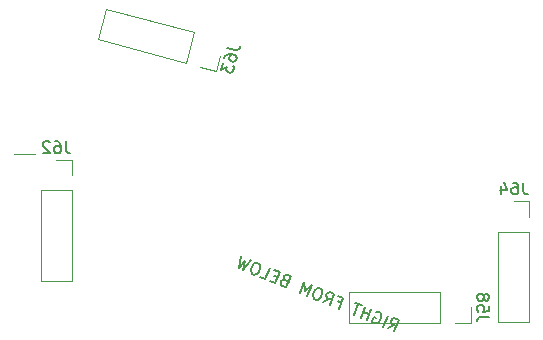
<source format=gbr>
G04 #@! TF.GenerationSoftware,KiCad,Pcbnew,(5.1.4)-1*
G04 #@! TF.CreationDate,2023-09-09T05:27:56-04:00*
G04 #@! TF.ProjectId,ThumbsUp,5468756d-6273-4557-902e-6b696361645f,rev?*
G04 #@! TF.SameCoordinates,Original*
G04 #@! TF.FileFunction,Legend,Bot*
G04 #@! TF.FilePolarity,Positive*
%FSLAX46Y46*%
G04 Gerber Fmt 4.6, Leading zero omitted, Abs format (unit mm)*
G04 Created by KiCad (PCBNEW (5.1.4)-1) date 2023-09-09 05:27:56*
%MOMM*%
%LPD*%
G04 APERTURE LIST*
%ADD10C,0.150000*%
%ADD11C,0.120000*%
G04 APERTURE END LIST*
D10*
X-62770704Y-367095026D02*
X-62283259Y-366778379D01*
X-62240885Y-367309087D02*
X-61866278Y-366381903D01*
X-62219491Y-366239196D01*
X-62325633Y-366247671D01*
X-62387623Y-366273984D01*
X-62467451Y-366344449D01*
X-62520966Y-366476904D01*
X-62512491Y-366583045D01*
X-62486178Y-366645035D01*
X-62415713Y-366724864D01*
X-62062500Y-366867571D01*
X-63168068Y-366934481D02*
X-62793462Y-366007297D01*
X-63738484Y-365676842D02*
X-63632342Y-365668367D01*
X-63499888Y-365721882D01*
X-63385271Y-365819549D01*
X-63332645Y-365943529D01*
X-63324170Y-366049671D01*
X-63351372Y-366244116D01*
X-63404887Y-366376570D01*
X-63520392Y-366535338D01*
X-63600221Y-366605803D01*
X-63724201Y-366658430D01*
X-63874494Y-366649066D01*
X-63962797Y-366613389D01*
X-64077414Y-366515722D01*
X-64103727Y-366453732D01*
X-63978858Y-366144671D01*
X-63802252Y-366216025D01*
X-64536768Y-366381490D02*
X-64162162Y-365454306D01*
X-64340546Y-365895822D02*
X-64870365Y-365681761D01*
X-65066588Y-366167429D02*
X-64691981Y-365240245D01*
X-65001042Y-365115376D02*
X-65530862Y-364901315D01*
X-65640559Y-365935530D02*
X-65265952Y-365008346D01*
X-67033794Y-364807679D02*
X-66724733Y-364932548D01*
X-66920955Y-365418216D02*
X-66546349Y-364491032D01*
X-66987865Y-364312648D01*
X-68245504Y-364883064D02*
X-67758058Y-364566416D01*
X-67715684Y-365097124D02*
X-67341078Y-364169941D01*
X-67694291Y-364027233D01*
X-67800432Y-364035708D01*
X-67862422Y-364062021D01*
X-67942251Y-364132486D01*
X-67995766Y-364264941D01*
X-67987291Y-364371083D01*
X-67960978Y-364433073D01*
X-67890513Y-364512901D01*
X-67537300Y-364655608D01*
X-68444868Y-363723980D02*
X-68621475Y-363652627D01*
X-68727616Y-363661102D01*
X-68851596Y-363713728D01*
X-68967102Y-363872496D01*
X-69091970Y-364181557D01*
X-69119172Y-364376002D01*
X-69066546Y-364499982D01*
X-68996081Y-364579811D01*
X-68819475Y-364651164D01*
X-68713333Y-364642689D01*
X-68589353Y-364590063D01*
X-68473848Y-364431295D01*
X-68348979Y-364122234D01*
X-68321777Y-363927789D01*
X-68374403Y-363803809D01*
X-68444868Y-363723980D01*
X-69614204Y-364330073D02*
X-69239597Y-363402889D01*
X-69816235Y-363940294D01*
X-69857720Y-363153151D01*
X-70232326Y-364080335D01*
X-71493107Y-363006000D02*
X-71643400Y-362996636D01*
X-71705390Y-363022949D01*
X-71785219Y-363093414D01*
X-71838734Y-363225869D01*
X-71830259Y-363332011D01*
X-71803946Y-363394001D01*
X-71733481Y-363473829D01*
X-71380268Y-363616536D01*
X-71005662Y-362689353D01*
X-71314723Y-362564484D01*
X-71420865Y-362572959D01*
X-71482855Y-362599272D01*
X-71562683Y-362669737D01*
X-71598360Y-362758040D01*
X-71589885Y-362864181D01*
X-71563572Y-362926171D01*
X-71493107Y-363006000D01*
X-71184046Y-363130869D01*
X-72111230Y-362756262D02*
X-72420291Y-362631393D01*
X-72748968Y-363063546D02*
X-72307452Y-363241930D01*
X-71932846Y-362314746D01*
X-72374362Y-362136362D01*
X-73587849Y-362724616D02*
X-73146333Y-362903000D01*
X-72771726Y-361975816D01*
X-73698910Y-361601210D02*
X-73875516Y-361529856D01*
X-73981658Y-361538331D01*
X-74105638Y-361590957D01*
X-74221143Y-361749725D01*
X-74346012Y-362058787D01*
X-74373214Y-362253231D01*
X-74320588Y-362377211D01*
X-74250123Y-362457040D01*
X-74073517Y-362528394D01*
X-73967375Y-362519919D01*
X-73843395Y-362467292D01*
X-73727890Y-362308524D01*
X-73603021Y-361999463D01*
X-73575819Y-361805018D01*
X-73628445Y-361681038D01*
X-73698910Y-361601210D01*
X-74405336Y-361315795D02*
X-75000700Y-362153787D01*
X-74909731Y-361420159D01*
X-75353913Y-362011080D01*
X-75200065Y-360994704D01*
D11*
X-94460000Y-352330000D02*
X-92650000Y-352330000D01*
X-77367941Y-345276043D02*
X-77023712Y-343991361D01*
X-78652622Y-344931813D02*
X-77367941Y-345276043D01*
X-79879348Y-344603113D02*
X-79190889Y-342033750D01*
X-79190889Y-342033750D02*
X-86609200Y-340046020D01*
X-79879348Y-344603113D02*
X-87297658Y-342615383D01*
X-87297658Y-342615383D02*
X-86609200Y-340046020D01*
X-89515511Y-352799102D02*
X-90845511Y-352799102D01*
X-89515511Y-354129102D02*
X-89515511Y-352799102D01*
X-89515511Y-355399102D02*
X-92175511Y-355399102D01*
X-92175511Y-355399102D02*
X-92175511Y-363079102D01*
X-89515511Y-355399102D02*
X-89515511Y-363079102D01*
X-89515511Y-363079102D02*
X-92175511Y-363079102D01*
X-50793013Y-356283573D02*
X-52123013Y-356283573D01*
X-50793013Y-357613573D02*
X-50793013Y-356283573D01*
X-50793013Y-358883573D02*
X-53453013Y-358883573D01*
X-53453013Y-358883573D02*
X-53453013Y-366563573D01*
X-50793013Y-358883573D02*
X-50793013Y-366563573D01*
X-50793013Y-366563573D02*
X-53453013Y-366563573D01*
X-55763868Y-366631045D02*
X-55763868Y-365301045D01*
X-57093868Y-366631045D02*
X-55763868Y-366631045D01*
X-58363868Y-366631045D02*
X-58363868Y-363971045D01*
X-58363868Y-363971045D02*
X-66043868Y-363971045D01*
X-58363868Y-366631045D02*
X-66043868Y-366631045D01*
X-66043868Y-366631045D02*
X-66043868Y-363971045D01*
D10*
X-76377225Y-343326505D02*
X-75687278Y-343511376D01*
X-75536964Y-343502354D01*
X-75420321Y-343435010D01*
X-75337351Y-343309346D01*
X-75312701Y-343217353D01*
X-76611394Y-344200438D02*
X-76562095Y-344016452D01*
X-76491450Y-343936784D01*
X-76433128Y-343903112D01*
X-76270490Y-343848094D01*
X-76074179Y-343851396D01*
X-75706207Y-343949994D01*
X-75626539Y-344020640D01*
X-75592867Y-344078961D01*
X-75571520Y-344183278D01*
X-75620819Y-344367264D01*
X-75691465Y-344446933D01*
X-75749786Y-344480604D01*
X-75854104Y-344501951D01*
X-76084086Y-344440328D01*
X-76163754Y-344369682D01*
X-76197426Y-344311361D01*
X-76218773Y-344207043D01*
X-76169474Y-344023057D01*
X-76098828Y-343943389D01*
X-76040507Y-343909717D01*
X-75936190Y-343888370D01*
X-76722317Y-344614406D02*
X-76882538Y-345212360D01*
X-76428293Y-344988983D01*
X-76465267Y-345126972D01*
X-76443920Y-345231290D01*
X-76410249Y-345289611D01*
X-76330580Y-345360257D01*
X-76100598Y-345421881D01*
X-75996280Y-345400534D01*
X-75937959Y-345366862D01*
X-75867313Y-345287194D01*
X-75793365Y-345011215D01*
X-75814712Y-344906897D01*
X-75848384Y-344848576D01*
X-90035987Y-351251482D02*
X-90035987Y-351965768D01*
X-89988368Y-352108625D01*
X-89893130Y-352203863D01*
X-89750272Y-352251482D01*
X-89655034Y-352251482D01*
X-90940749Y-351251482D02*
X-90750272Y-351251482D01*
X-90655034Y-351299102D01*
X-90607415Y-351346721D01*
X-90512177Y-351489578D01*
X-90464558Y-351680054D01*
X-90464558Y-352061006D01*
X-90512177Y-352156244D01*
X-90559796Y-352203863D01*
X-90655034Y-352251482D01*
X-90845511Y-352251482D01*
X-90940749Y-352203863D01*
X-90988368Y-352156244D01*
X-91035987Y-352061006D01*
X-91035987Y-351822911D01*
X-90988368Y-351727673D01*
X-90940749Y-351680054D01*
X-90845511Y-351632435D01*
X-90655034Y-351632435D01*
X-90559796Y-351680054D01*
X-90512177Y-351727673D01*
X-90464558Y-351822911D01*
X-91416939Y-351346721D02*
X-91464558Y-351299102D01*
X-91559796Y-351251482D01*
X-91797891Y-351251482D01*
X-91893130Y-351299102D01*
X-91940749Y-351346721D01*
X-91988368Y-351441959D01*
X-91988368Y-351537197D01*
X-91940749Y-351680054D01*
X-91369320Y-352251482D01*
X-91988368Y-352251482D01*
X-51313489Y-354735953D02*
X-51313489Y-355450239D01*
X-51265870Y-355593096D01*
X-51170632Y-355688334D01*
X-51027774Y-355735953D01*
X-50932536Y-355735953D01*
X-52218251Y-354735953D02*
X-52027774Y-354735953D01*
X-51932536Y-354783573D01*
X-51884917Y-354831192D01*
X-51789679Y-354974049D01*
X-51742060Y-355164525D01*
X-51742060Y-355545477D01*
X-51789679Y-355640715D01*
X-51837298Y-355688334D01*
X-51932536Y-355735953D01*
X-52123013Y-355735953D01*
X-52218251Y-355688334D01*
X-52265870Y-355640715D01*
X-52313489Y-355545477D01*
X-52313489Y-355307382D01*
X-52265870Y-355212144D01*
X-52218251Y-355164525D01*
X-52123013Y-355116906D01*
X-51932536Y-355116906D01*
X-51837298Y-355164525D01*
X-51789679Y-355212144D01*
X-51742060Y-355307382D01*
X-53170632Y-355069287D02*
X-53170632Y-355735953D01*
X-52932536Y-354688334D02*
X-52694441Y-355402620D01*
X-53313489Y-355402620D01*
X-54216248Y-366110568D02*
X-54930534Y-366110568D01*
X-55073391Y-366158187D01*
X-55168629Y-366253425D01*
X-55216248Y-366396283D01*
X-55216248Y-366491521D01*
X-54216248Y-365158187D02*
X-54216248Y-365634378D01*
X-54692439Y-365681997D01*
X-54644820Y-365634378D01*
X-54597201Y-365539140D01*
X-54597201Y-365301045D01*
X-54644820Y-365205806D01*
X-54692439Y-365158187D01*
X-54787677Y-365110568D01*
X-55025772Y-365110568D01*
X-55121010Y-365158187D01*
X-55168629Y-365205806D01*
X-55216248Y-365301045D01*
X-55216248Y-365539140D01*
X-55168629Y-365634378D01*
X-55121010Y-365681997D01*
X-54644820Y-364539140D02*
X-54597201Y-364634378D01*
X-54549582Y-364681997D01*
X-54454344Y-364729616D01*
X-54406725Y-364729616D01*
X-54311487Y-364681997D01*
X-54263868Y-364634378D01*
X-54216248Y-364539140D01*
X-54216248Y-364348664D01*
X-54263868Y-364253425D01*
X-54311487Y-364205806D01*
X-54406725Y-364158187D01*
X-54454344Y-364158187D01*
X-54549582Y-364205806D01*
X-54597201Y-364253425D01*
X-54644820Y-364348664D01*
X-54644820Y-364539140D01*
X-54692439Y-364634378D01*
X-54740058Y-364681997D01*
X-54835296Y-364729616D01*
X-55025772Y-364729616D01*
X-55121010Y-364681997D01*
X-55168629Y-364634378D01*
X-55216248Y-364539140D01*
X-55216248Y-364348664D01*
X-55168629Y-364253425D01*
X-55121010Y-364205806D01*
X-55025772Y-364158187D01*
X-54835296Y-364158187D01*
X-54740058Y-364205806D01*
X-54692439Y-364253425D01*
X-54644820Y-364348664D01*
M02*

</source>
